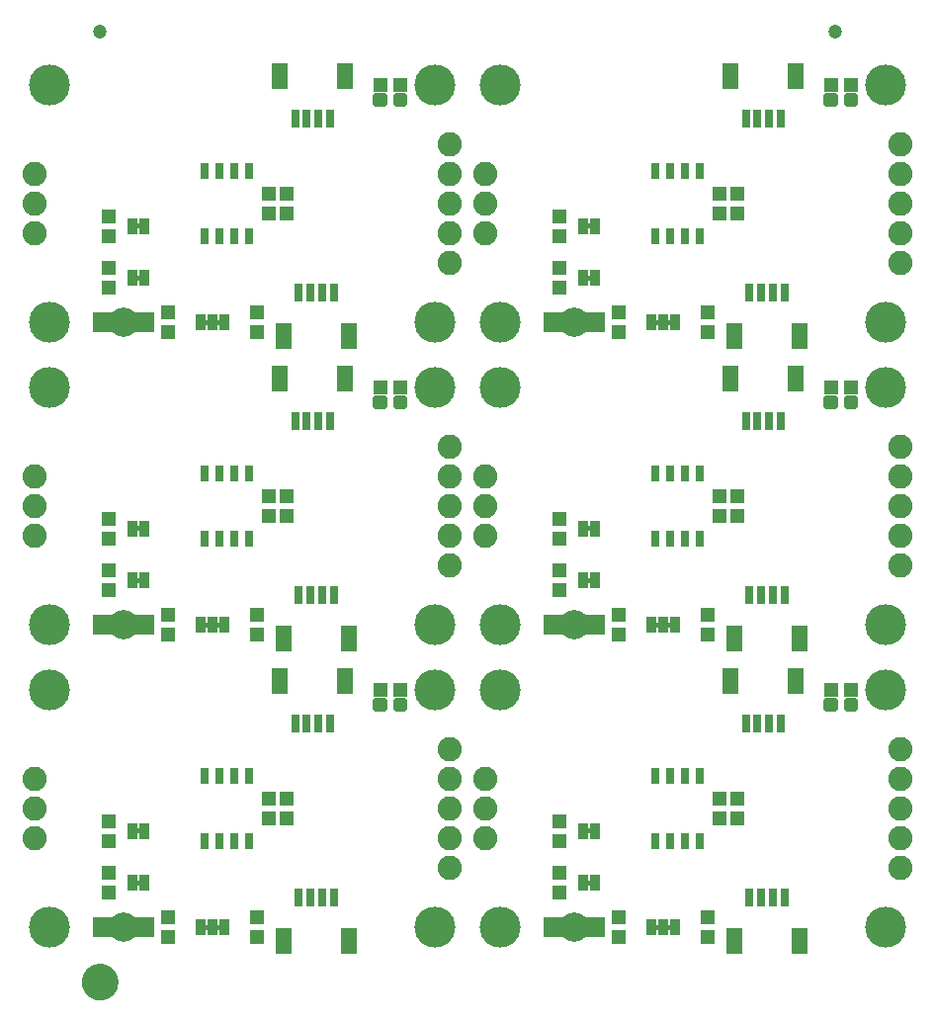
<source format=gts>
G75*
%MOIN*%
%OFA0B0*%
%FSLAX25Y25*%
%IPPOS*%
%LPD*%
%AMOC8*
5,1,8,0,0,1.08239X$1,22.5*
%
%ADD10R,0.04737X0.05131*%
%ADD11R,0.03300X0.05800*%
%ADD12C,0.00500*%
%ADD13R,0.05131X0.04737*%
%ADD14C,0.01990*%
%ADD15R,0.05524X0.08674*%
%ADD16R,0.03162X0.06115*%
%ADD17C,0.08200*%
%ADD18R,0.03162X0.05524*%
%ADD19C,0.13800*%
%ADD20R,0.06706X0.07099*%
%ADD21C,0.09855*%
%ADD22C,0.04737*%
%ADD23C,0.05000*%
%ADD24C,0.06706*%
D10*
X0058750Y0050404D03*
X0058750Y0057096D03*
X0058750Y0067904D03*
X0058750Y0074596D03*
X0078750Y0042096D03*
X0078750Y0035404D03*
X0108750Y0035404D03*
X0108750Y0042096D03*
X0112750Y0075404D03*
X0118750Y0075404D03*
X0118750Y0082096D03*
X0112750Y0082096D03*
X0108750Y0137404D03*
X0108750Y0144096D03*
X0078750Y0144096D03*
X0078750Y0137404D03*
X0058750Y0152404D03*
X0058750Y0159096D03*
X0058750Y0169904D03*
X0058750Y0176596D03*
X0112750Y0177404D03*
X0112750Y0184096D03*
X0118750Y0184096D03*
X0118750Y0177404D03*
X0108750Y0239404D03*
X0108750Y0246096D03*
X0078750Y0246096D03*
X0078750Y0239404D03*
X0058750Y0254404D03*
X0058750Y0261096D03*
X0058750Y0271904D03*
X0058750Y0278596D03*
X0112750Y0279404D03*
X0118750Y0279404D03*
X0118750Y0286096D03*
X0112750Y0286096D03*
X0210750Y0278596D03*
X0210750Y0271904D03*
X0210750Y0261096D03*
X0210750Y0254404D03*
X0230750Y0246096D03*
X0230750Y0239404D03*
X0260750Y0239404D03*
X0260750Y0246096D03*
X0264750Y0279404D03*
X0270750Y0279404D03*
X0270750Y0286096D03*
X0264750Y0286096D03*
X0264750Y0184096D03*
X0270750Y0184096D03*
X0270750Y0177404D03*
X0264750Y0177404D03*
X0260750Y0144096D03*
X0260750Y0137404D03*
X0230750Y0137404D03*
X0230750Y0144096D03*
X0210750Y0152404D03*
X0210750Y0159096D03*
X0210750Y0169904D03*
X0210750Y0176596D03*
X0264750Y0082096D03*
X0270750Y0082096D03*
X0270750Y0075404D03*
X0264750Y0075404D03*
X0260750Y0042096D03*
X0260750Y0035404D03*
X0230750Y0035404D03*
X0230750Y0042096D03*
X0210750Y0050404D03*
X0210750Y0057096D03*
X0210750Y0067904D03*
X0210750Y0074596D03*
D11*
X0218750Y0071250D03*
X0222750Y0071250D03*
X0222750Y0053750D03*
X0218750Y0053750D03*
X0241750Y0038750D03*
X0245750Y0038750D03*
X0249750Y0038750D03*
X0249750Y0140750D03*
X0245750Y0140750D03*
X0241750Y0140750D03*
X0222750Y0155750D03*
X0218750Y0155750D03*
X0218750Y0173250D03*
X0222750Y0173250D03*
X0241750Y0242750D03*
X0245750Y0242750D03*
X0249750Y0242750D03*
X0222750Y0257750D03*
X0218750Y0257750D03*
X0218750Y0275250D03*
X0222750Y0275250D03*
X0097750Y0242750D03*
X0093750Y0242750D03*
X0089750Y0242750D03*
X0070750Y0257750D03*
X0066750Y0257750D03*
X0066750Y0275250D03*
X0070750Y0275250D03*
X0070750Y0173250D03*
X0066750Y0173250D03*
X0066750Y0155750D03*
X0070750Y0155750D03*
X0089750Y0140750D03*
X0093750Y0140750D03*
X0097750Y0140750D03*
X0070750Y0071250D03*
X0066750Y0071250D03*
X0066750Y0053750D03*
X0070750Y0053750D03*
X0089750Y0038750D03*
X0093750Y0038750D03*
X0097750Y0038750D03*
D12*
X0096500Y0038720D02*
X0091000Y0038720D01*
X0091000Y0038250D02*
X0091000Y0039250D01*
X0096500Y0039250D01*
X0096500Y0038250D01*
X0091000Y0038250D01*
X0091000Y0039219D02*
X0096500Y0039219D01*
X0069500Y0053250D02*
X0068000Y0053250D01*
X0068000Y0054250D01*
X0069500Y0054250D01*
X0069500Y0053250D01*
X0069500Y0053676D02*
X0068000Y0053676D01*
X0068000Y0054174D02*
X0069500Y0054174D01*
X0069500Y0070750D02*
X0068000Y0070750D01*
X0068000Y0071750D01*
X0069500Y0071750D01*
X0069500Y0070750D01*
X0069500Y0071123D02*
X0068000Y0071123D01*
X0068000Y0071622D02*
X0069500Y0071622D01*
X0091000Y0140250D02*
X0091000Y0141250D01*
X0096500Y0141250D01*
X0096500Y0140250D01*
X0091000Y0140250D01*
X0091000Y0140417D02*
X0096500Y0140417D01*
X0096500Y0140915D02*
X0091000Y0140915D01*
X0069500Y0155250D02*
X0068000Y0155250D01*
X0068000Y0156250D01*
X0069500Y0156250D01*
X0069500Y0155250D01*
X0069500Y0155372D02*
X0068000Y0155372D01*
X0068000Y0155870D02*
X0069500Y0155870D01*
X0069500Y0172750D02*
X0068000Y0172750D01*
X0068000Y0173750D01*
X0069500Y0173750D01*
X0069500Y0172750D01*
X0069500Y0172820D02*
X0068000Y0172820D01*
X0068000Y0173318D02*
X0069500Y0173318D01*
X0091000Y0242250D02*
X0091000Y0243250D01*
X0096500Y0243250D01*
X0096500Y0242250D01*
X0091000Y0242250D01*
X0091000Y0242611D02*
X0096500Y0242611D01*
X0096500Y0243110D02*
X0091000Y0243110D01*
X0069500Y0257250D02*
X0068000Y0257250D01*
X0068000Y0258250D01*
X0069500Y0258250D01*
X0069500Y0257250D01*
X0069500Y0257567D02*
X0068000Y0257567D01*
X0068000Y0258065D02*
X0069500Y0258065D01*
X0069500Y0274750D02*
X0068000Y0274750D01*
X0068000Y0275750D01*
X0069500Y0275750D01*
X0069500Y0274750D01*
X0069500Y0275015D02*
X0068000Y0275015D01*
X0068000Y0275513D02*
X0069500Y0275513D01*
X0220000Y0275513D02*
X0221500Y0275513D01*
X0221500Y0275750D02*
X0221500Y0274750D01*
X0220000Y0274750D01*
X0220000Y0275750D01*
X0221500Y0275750D01*
X0221500Y0275015D02*
X0220000Y0275015D01*
X0220000Y0258250D02*
X0220000Y0257250D01*
X0221500Y0257250D01*
X0221500Y0258250D01*
X0220000Y0258250D01*
X0220000Y0258065D02*
X0221500Y0258065D01*
X0221500Y0257567D02*
X0220000Y0257567D01*
X0243000Y0243250D02*
X0243000Y0242250D01*
X0248500Y0242250D01*
X0248500Y0243250D01*
X0243000Y0243250D01*
X0243000Y0243110D02*
X0248500Y0243110D01*
X0248500Y0242611D02*
X0243000Y0242611D01*
X0221500Y0173750D02*
X0220000Y0173750D01*
X0220000Y0172750D01*
X0221500Y0172750D01*
X0221500Y0173750D01*
X0221500Y0173318D02*
X0220000Y0173318D01*
X0220000Y0172820D02*
X0221500Y0172820D01*
X0221500Y0156250D02*
X0220000Y0156250D01*
X0220000Y0155250D01*
X0221500Y0155250D01*
X0221500Y0156250D01*
X0221500Y0155870D02*
X0220000Y0155870D01*
X0220000Y0155372D02*
X0221500Y0155372D01*
X0243000Y0141250D02*
X0243000Y0140250D01*
X0248500Y0140250D01*
X0248500Y0141250D01*
X0243000Y0141250D01*
X0243000Y0140915D02*
X0248500Y0140915D01*
X0248500Y0140417D02*
X0243000Y0140417D01*
X0221500Y0071750D02*
X0220000Y0071750D01*
X0220000Y0070750D01*
X0221500Y0070750D01*
X0221500Y0071750D01*
X0221500Y0071622D02*
X0220000Y0071622D01*
X0220000Y0071123D02*
X0221500Y0071123D01*
X0221500Y0054250D02*
X0220000Y0054250D01*
X0220000Y0053250D01*
X0221500Y0053250D01*
X0221500Y0054250D01*
X0221500Y0054174D02*
X0220000Y0054174D01*
X0220000Y0053676D02*
X0221500Y0053676D01*
X0243000Y0039250D02*
X0243000Y0038250D01*
X0248500Y0038250D01*
X0248500Y0039250D01*
X0243000Y0039250D01*
X0243000Y0039219D02*
X0248500Y0039219D01*
X0248500Y0038720D02*
X0243000Y0038720D01*
D13*
X0302404Y0118750D03*
X0309096Y0118750D03*
X0309096Y0220750D03*
X0302404Y0220750D03*
X0302404Y0322750D03*
X0309096Y0322750D03*
X0157096Y0322750D03*
X0150404Y0322750D03*
X0150404Y0220750D03*
X0157096Y0220750D03*
X0157096Y0118750D03*
X0150404Y0118750D03*
D14*
X0151670Y0115123D02*
X0151670Y0112377D01*
X0148924Y0112377D01*
X0148924Y0115123D01*
X0151670Y0115123D01*
X0151670Y0114267D02*
X0148924Y0114267D01*
X0158576Y0115123D02*
X0158576Y0112377D01*
X0155830Y0112377D01*
X0155830Y0115123D01*
X0158576Y0115123D01*
X0158576Y0114267D02*
X0155830Y0114267D01*
X0158576Y0214377D02*
X0158576Y0217123D01*
X0158576Y0214377D02*
X0155830Y0214377D01*
X0155830Y0217123D01*
X0158576Y0217123D01*
X0158576Y0216267D02*
X0155830Y0216267D01*
X0151670Y0217123D02*
X0151670Y0214377D01*
X0148924Y0214377D01*
X0148924Y0217123D01*
X0151670Y0217123D01*
X0151670Y0216267D02*
X0148924Y0216267D01*
X0151670Y0316377D02*
X0151670Y0319123D01*
X0151670Y0316377D02*
X0148924Y0316377D01*
X0148924Y0319123D01*
X0151670Y0319123D01*
X0151670Y0318267D02*
X0148924Y0318267D01*
X0158576Y0319123D02*
X0158576Y0316377D01*
X0155830Y0316377D01*
X0155830Y0319123D01*
X0158576Y0319123D01*
X0158576Y0318267D02*
X0155830Y0318267D01*
X0303670Y0319123D02*
X0303670Y0316377D01*
X0300924Y0316377D01*
X0300924Y0319123D01*
X0303670Y0319123D01*
X0303670Y0318267D02*
X0300924Y0318267D01*
X0310576Y0319123D02*
X0310576Y0316377D01*
X0307830Y0316377D01*
X0307830Y0319123D01*
X0310576Y0319123D01*
X0310576Y0318267D02*
X0307830Y0318267D01*
X0310576Y0217123D02*
X0310576Y0214377D01*
X0307830Y0214377D01*
X0307830Y0217123D01*
X0310576Y0217123D01*
X0310576Y0216267D02*
X0307830Y0216267D01*
X0303670Y0217123D02*
X0303670Y0214377D01*
X0300924Y0214377D01*
X0300924Y0217123D01*
X0303670Y0217123D01*
X0303670Y0216267D02*
X0300924Y0216267D01*
X0303670Y0115123D02*
X0303670Y0112377D01*
X0300924Y0112377D01*
X0300924Y0115123D01*
X0303670Y0115123D01*
X0303670Y0114267D02*
X0300924Y0114267D01*
X0310576Y0115123D02*
X0310576Y0112377D01*
X0307830Y0112377D01*
X0307830Y0115123D01*
X0310576Y0115123D01*
X0310576Y0114267D02*
X0307830Y0114267D01*
D15*
X0290593Y0121959D03*
X0291774Y0136281D03*
X0269726Y0136281D03*
X0268545Y0121959D03*
X0269726Y0034281D03*
X0291774Y0034281D03*
X0139774Y0034281D03*
X0117726Y0034281D03*
X0116545Y0121959D03*
X0117726Y0136281D03*
X0138593Y0121959D03*
X0139774Y0136281D03*
X0138593Y0223959D03*
X0139774Y0238281D03*
X0117726Y0238281D03*
X0116545Y0223959D03*
X0116545Y0325959D03*
X0138593Y0325959D03*
X0268545Y0325959D03*
X0290593Y0325959D03*
X0291774Y0238281D03*
X0290593Y0223959D03*
X0269726Y0238281D03*
X0268545Y0223959D03*
D16*
X0273663Y0209490D03*
X0277600Y0209490D03*
X0281537Y0209490D03*
X0285474Y0209490D03*
X0286656Y0252750D03*
X0282719Y0252750D03*
X0278781Y0252750D03*
X0274844Y0252750D03*
X0273663Y0311490D03*
X0277600Y0311490D03*
X0281537Y0311490D03*
X0285474Y0311490D03*
X0134656Y0252750D03*
X0130719Y0252750D03*
X0126781Y0252750D03*
X0122844Y0252750D03*
X0121663Y0209490D03*
X0125600Y0209490D03*
X0129537Y0209490D03*
X0133474Y0209490D03*
X0134656Y0150750D03*
X0130719Y0150750D03*
X0126781Y0150750D03*
X0122844Y0150750D03*
X0121663Y0107490D03*
X0125600Y0107490D03*
X0129537Y0107490D03*
X0133474Y0107490D03*
X0134656Y0048750D03*
X0130719Y0048750D03*
X0126781Y0048750D03*
X0122844Y0048750D03*
X0274844Y0048750D03*
X0278781Y0048750D03*
X0282719Y0048750D03*
X0286656Y0048750D03*
X0285474Y0107490D03*
X0281537Y0107490D03*
X0277600Y0107490D03*
X0273663Y0107490D03*
X0274844Y0150750D03*
X0278781Y0150750D03*
X0282719Y0150750D03*
X0286656Y0150750D03*
X0133474Y0311490D03*
X0129537Y0311490D03*
X0125600Y0311490D03*
X0121663Y0311490D03*
D17*
X0173750Y0302750D03*
X0173750Y0292750D03*
X0173750Y0282750D03*
X0185750Y0282750D03*
X0185750Y0292750D03*
X0185750Y0272750D03*
X0173750Y0272750D03*
X0173750Y0262750D03*
X0173750Y0200750D03*
X0173750Y0190750D03*
X0173750Y0180750D03*
X0185750Y0180750D03*
X0185750Y0190750D03*
X0185750Y0170750D03*
X0173750Y0170750D03*
X0173750Y0160750D03*
X0173750Y0098750D03*
X0173750Y0088750D03*
X0185750Y0088750D03*
X0185750Y0078750D03*
X0185750Y0068750D03*
X0173750Y0068750D03*
X0173750Y0078750D03*
X0173750Y0058750D03*
X0033750Y0068750D03*
X0033750Y0078750D03*
X0033750Y0088750D03*
X0033750Y0170750D03*
X0033750Y0180750D03*
X0033750Y0190750D03*
X0033750Y0272750D03*
X0033750Y0282750D03*
X0033750Y0292750D03*
X0325750Y0292750D03*
X0325750Y0282750D03*
X0325750Y0272750D03*
X0325750Y0262750D03*
X0325750Y0302750D03*
X0325750Y0200750D03*
X0325750Y0190750D03*
X0325750Y0180750D03*
X0325750Y0170750D03*
X0325750Y0160750D03*
X0325750Y0098750D03*
X0325750Y0088750D03*
X0325750Y0078750D03*
X0325750Y0068750D03*
X0325750Y0058750D03*
D18*
X0258250Y0067726D03*
X0253250Y0067726D03*
X0248250Y0067726D03*
X0243250Y0067726D03*
X0243250Y0089774D03*
X0248250Y0089774D03*
X0253250Y0089774D03*
X0258250Y0089774D03*
X0258250Y0169726D03*
X0253250Y0169726D03*
X0248250Y0169726D03*
X0243250Y0169726D03*
X0243250Y0191774D03*
X0248250Y0191774D03*
X0253250Y0191774D03*
X0258250Y0191774D03*
X0258250Y0271726D03*
X0253250Y0271726D03*
X0248250Y0271726D03*
X0243250Y0271726D03*
X0243250Y0293774D03*
X0248250Y0293774D03*
X0253250Y0293774D03*
X0258250Y0293774D03*
X0106250Y0293774D03*
X0101250Y0293774D03*
X0096250Y0293774D03*
X0091250Y0293774D03*
X0091250Y0271726D03*
X0096250Y0271726D03*
X0101250Y0271726D03*
X0106250Y0271726D03*
X0106250Y0191774D03*
X0101250Y0191774D03*
X0096250Y0191774D03*
X0091250Y0191774D03*
X0091250Y0169726D03*
X0096250Y0169726D03*
X0101250Y0169726D03*
X0106250Y0169726D03*
X0106250Y0089774D03*
X0101250Y0089774D03*
X0096250Y0089774D03*
X0091250Y0089774D03*
X0091250Y0067726D03*
X0096250Y0067726D03*
X0101250Y0067726D03*
X0106250Y0067726D03*
D19*
X0038750Y0038750D03*
X0038750Y0118750D03*
X0038750Y0140750D03*
X0038750Y0220750D03*
X0038750Y0242750D03*
X0038750Y0322750D03*
X0168750Y0322750D03*
X0190750Y0322750D03*
X0190750Y0242750D03*
X0190750Y0220750D03*
X0168750Y0220750D03*
X0168750Y0242750D03*
X0168750Y0140750D03*
X0190750Y0140750D03*
X0190750Y0118750D03*
X0168750Y0118750D03*
X0168750Y0038750D03*
X0190750Y0038750D03*
X0320750Y0038750D03*
X0320750Y0118750D03*
X0320750Y0140750D03*
X0320750Y0220750D03*
X0320750Y0242750D03*
X0320750Y0322750D03*
D20*
X0222837Y0242750D03*
X0208663Y0242750D03*
X0208663Y0140750D03*
X0222837Y0140750D03*
X0222837Y0038750D03*
X0208663Y0038750D03*
X0070837Y0038750D03*
X0056663Y0038750D03*
X0056663Y0140750D03*
X0070837Y0140750D03*
X0070837Y0242750D03*
X0056663Y0242750D03*
D21*
X0063750Y0242750D03*
X0063750Y0140750D03*
X0063750Y0038750D03*
X0215750Y0038750D03*
X0215750Y0140750D03*
X0215750Y0242750D03*
D22*
X0303750Y0341000D03*
X0055750Y0341000D03*
D23*
X0052185Y0020500D02*
X0052187Y0020619D01*
X0052193Y0020738D01*
X0052203Y0020857D01*
X0052217Y0020975D01*
X0052235Y0021093D01*
X0052256Y0021210D01*
X0052282Y0021326D01*
X0052312Y0021442D01*
X0052345Y0021556D01*
X0052382Y0021669D01*
X0052423Y0021781D01*
X0052468Y0021892D01*
X0052516Y0022001D01*
X0052568Y0022108D01*
X0052624Y0022213D01*
X0052683Y0022317D01*
X0052745Y0022418D01*
X0052811Y0022518D01*
X0052880Y0022615D01*
X0052952Y0022709D01*
X0053028Y0022802D01*
X0053106Y0022891D01*
X0053187Y0022978D01*
X0053272Y0023063D01*
X0053359Y0023144D01*
X0053448Y0023222D01*
X0053541Y0023298D01*
X0053635Y0023370D01*
X0053732Y0023439D01*
X0053832Y0023505D01*
X0053933Y0023567D01*
X0054037Y0023626D01*
X0054142Y0023682D01*
X0054249Y0023734D01*
X0054358Y0023782D01*
X0054469Y0023827D01*
X0054581Y0023868D01*
X0054694Y0023905D01*
X0054808Y0023938D01*
X0054924Y0023968D01*
X0055040Y0023994D01*
X0055157Y0024015D01*
X0055275Y0024033D01*
X0055393Y0024047D01*
X0055512Y0024057D01*
X0055631Y0024063D01*
X0055750Y0024065D01*
X0055869Y0024063D01*
X0055988Y0024057D01*
X0056107Y0024047D01*
X0056225Y0024033D01*
X0056343Y0024015D01*
X0056460Y0023994D01*
X0056576Y0023968D01*
X0056692Y0023938D01*
X0056806Y0023905D01*
X0056919Y0023868D01*
X0057031Y0023827D01*
X0057142Y0023782D01*
X0057251Y0023734D01*
X0057358Y0023682D01*
X0057463Y0023626D01*
X0057567Y0023567D01*
X0057668Y0023505D01*
X0057768Y0023439D01*
X0057865Y0023370D01*
X0057959Y0023298D01*
X0058052Y0023222D01*
X0058141Y0023144D01*
X0058228Y0023063D01*
X0058313Y0022978D01*
X0058394Y0022891D01*
X0058472Y0022802D01*
X0058548Y0022709D01*
X0058620Y0022615D01*
X0058689Y0022518D01*
X0058755Y0022418D01*
X0058817Y0022317D01*
X0058876Y0022213D01*
X0058932Y0022108D01*
X0058984Y0022001D01*
X0059032Y0021892D01*
X0059077Y0021781D01*
X0059118Y0021669D01*
X0059155Y0021556D01*
X0059188Y0021442D01*
X0059218Y0021326D01*
X0059244Y0021210D01*
X0059265Y0021093D01*
X0059283Y0020975D01*
X0059297Y0020857D01*
X0059307Y0020738D01*
X0059313Y0020619D01*
X0059315Y0020500D01*
X0059313Y0020381D01*
X0059307Y0020262D01*
X0059297Y0020143D01*
X0059283Y0020025D01*
X0059265Y0019907D01*
X0059244Y0019790D01*
X0059218Y0019674D01*
X0059188Y0019558D01*
X0059155Y0019444D01*
X0059118Y0019331D01*
X0059077Y0019219D01*
X0059032Y0019108D01*
X0058984Y0018999D01*
X0058932Y0018892D01*
X0058876Y0018787D01*
X0058817Y0018683D01*
X0058755Y0018582D01*
X0058689Y0018482D01*
X0058620Y0018385D01*
X0058548Y0018291D01*
X0058472Y0018198D01*
X0058394Y0018109D01*
X0058313Y0018022D01*
X0058228Y0017937D01*
X0058141Y0017856D01*
X0058052Y0017778D01*
X0057959Y0017702D01*
X0057865Y0017630D01*
X0057768Y0017561D01*
X0057668Y0017495D01*
X0057567Y0017433D01*
X0057463Y0017374D01*
X0057358Y0017318D01*
X0057251Y0017266D01*
X0057142Y0017218D01*
X0057031Y0017173D01*
X0056919Y0017132D01*
X0056806Y0017095D01*
X0056692Y0017062D01*
X0056576Y0017032D01*
X0056460Y0017006D01*
X0056343Y0016985D01*
X0056225Y0016967D01*
X0056107Y0016953D01*
X0055988Y0016943D01*
X0055869Y0016937D01*
X0055750Y0016935D01*
X0055631Y0016937D01*
X0055512Y0016943D01*
X0055393Y0016953D01*
X0055275Y0016967D01*
X0055157Y0016985D01*
X0055040Y0017006D01*
X0054924Y0017032D01*
X0054808Y0017062D01*
X0054694Y0017095D01*
X0054581Y0017132D01*
X0054469Y0017173D01*
X0054358Y0017218D01*
X0054249Y0017266D01*
X0054142Y0017318D01*
X0054037Y0017374D01*
X0053933Y0017433D01*
X0053832Y0017495D01*
X0053732Y0017561D01*
X0053635Y0017630D01*
X0053541Y0017702D01*
X0053448Y0017778D01*
X0053359Y0017856D01*
X0053272Y0017937D01*
X0053187Y0018022D01*
X0053106Y0018109D01*
X0053028Y0018198D01*
X0052952Y0018291D01*
X0052880Y0018385D01*
X0052811Y0018482D01*
X0052745Y0018582D01*
X0052683Y0018683D01*
X0052624Y0018787D01*
X0052568Y0018892D01*
X0052516Y0018999D01*
X0052468Y0019108D01*
X0052423Y0019219D01*
X0052382Y0019331D01*
X0052345Y0019444D01*
X0052312Y0019558D01*
X0052282Y0019674D01*
X0052256Y0019790D01*
X0052235Y0019907D01*
X0052217Y0020025D01*
X0052203Y0020143D01*
X0052193Y0020262D01*
X0052187Y0020381D01*
X0052185Y0020500D01*
D24*
X0055750Y0020500D03*
M02*

</source>
